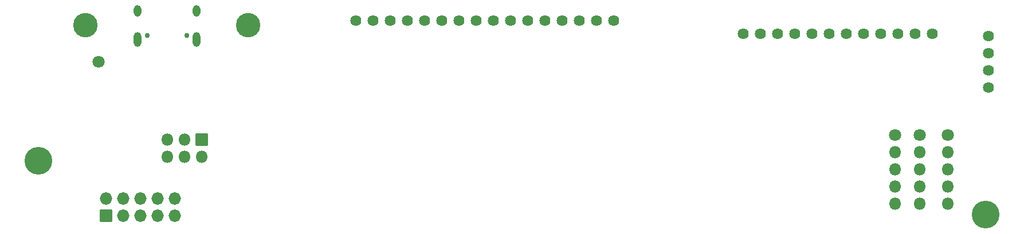
<source format=gbr>
%TF.GenerationSoftware,KiCad,Pcbnew,(6.0.2-0)*%
%TF.CreationDate,2022-05-09T22:27:37+02:00*%
%TF.ProjectId,modelh,6d6f6465-6c68-42e6-9b69-6361645f7063,v0.1*%
%TF.SameCoordinates,PX3dc4fd0PY2cd02b0*%
%TF.FileFunction,Soldermask,Bot*%
%TF.FilePolarity,Negative*%
%FSLAX46Y46*%
G04 Gerber Fmt 4.6, Leading zero omitted, Abs format (unit mm)*
G04 Created by KiCad (PCBNEW (6.0.2-0)) date 2022-05-09 22:27:37*
%MOMM*%
%LPD*%
G01*
G04 APERTURE LIST*
G04 Aperture macros list*
%AMRoundRect*
0 Rectangle with rounded corners*
0 $1 Rounding radius*
0 $2 $3 $4 $5 $6 $7 $8 $9 X,Y pos of 4 corners*
0 Add a 4 corners polygon primitive as box body*
4,1,4,$2,$3,$4,$5,$6,$7,$8,$9,$2,$3,0*
0 Add four circle primitives for the rounded corners*
1,1,$1+$1,$2,$3*
1,1,$1+$1,$4,$5*
1,1,$1+$1,$6,$7*
1,1,$1+$1,$8,$9*
0 Add four rect primitives between the rounded corners*
20,1,$1+$1,$2,$3,$4,$5,0*
20,1,$1+$1,$4,$5,$6,$7,0*
20,1,$1+$1,$6,$7,$8,$9,0*
20,1,$1+$1,$8,$9,$2,$3,0*%
G04 Aperture macros list end*
%ADD10C,3.601600*%
%ADD11C,4.101600*%
%ADD12RoundRect,0.050800X0.863600X-0.863600X0.863600X0.863600X-0.863600X0.863600X-0.863600X-0.863600X0*%
%ADD13O,1.828800X1.828800*%
%ADD14RoundRect,0.050800X-0.850000X0.850000X-0.850000X-0.850000X0.850000X-0.850000X0.850000X0.850000X0*%
%ADD15O,1.801600X1.801600*%
%ADD16C,1.801600*%
%ADD17C,1.625600*%
%ADD18C,0.751600*%
%ADD19O,1.101600X1.701600*%
%ADD20O,1.101600X2.201600*%
G04 APERTURE END LIST*
D10*
%TO.C,HOLE1*%
X76770000Y-51990000D03*
%TD*%
%TO.C,HOLE2*%
X100770000Y-51990000D03*
%TD*%
D11*
%TO.C,HOLE3*%
X69770000Y-71990000D03*
%TD*%
%TO.C,HOLE4*%
X209770000Y-79990000D03*
%TD*%
D12*
%TO.C,Debug1*%
X79770000Y-80140000D03*
D13*
X79770000Y-77600000D03*
X82310000Y-80140000D03*
X82310000Y-77600000D03*
X84850000Y-80140000D03*
X84850000Y-77600000D03*
X87390000Y-80140000D03*
X87390000Y-77600000D03*
X89930000Y-80140000D03*
X89930000Y-77600000D03*
%TD*%
D14*
%TO.C,boot_selector1*%
X93955000Y-68875000D03*
D15*
X93955000Y-71415000D03*
X91415000Y-68875000D03*
X91415000Y-71415000D03*
X88875000Y-68875000D03*
X88875000Y-71415000D03*
%TD*%
D16*
%TO.C,custom_leds_C1*%
X204130000Y-68200000D03*
D15*
X204130000Y-70740000D03*
X204130000Y-73280000D03*
X204130000Y-75820000D03*
X204130000Y-78360000D03*
%TD*%
D16*
%TO.C,custom_leds_B1*%
X200030000Y-68200000D03*
D15*
X200030000Y-70740000D03*
X200030000Y-73280000D03*
X200030000Y-75820000D03*
X200030000Y-78360000D03*
%TD*%
D16*
%TO.C,custom_leds_A1*%
X196330000Y-68200000D03*
D15*
X196330000Y-70740000D03*
X196330000Y-73280000D03*
X196330000Y-75820000D03*
X196330000Y-78360000D03*
%TD*%
D16*
%TO.C,TP1*%
X78670000Y-57340000D03*
%TD*%
D17*
%TO.C,LEDs1*%
X210143700Y-61220000D03*
X210143700Y-58680000D03*
X210143700Y-56140000D03*
X210143700Y-53600000D03*
%TD*%
D18*
%TO.C,USB_C1*%
X85905000Y-53520000D03*
X91685000Y-53520000D03*
D19*
X84475000Y-49870000D03*
D20*
X84475000Y-54050000D03*
X93115000Y-54050000D03*
D19*
X93115000Y-49870000D03*
%TD*%
D17*
%TO.C,Rows1*%
X173947550Y-53259500D03*
X176487550Y-53259500D03*
X179027550Y-53259500D03*
X181567550Y-53259500D03*
X184107550Y-53259500D03*
X186647550Y-53259500D03*
X189187550Y-53259500D03*
X191727550Y-53259500D03*
X194267550Y-53259500D03*
X196807550Y-53259500D03*
X199347550Y-53259500D03*
X201887550Y-53259500D03*
%TD*%
%TO.C,Columns1*%
X154790000Y-51260000D03*
X152250000Y-51260000D03*
X149710000Y-51260000D03*
X147170000Y-51260000D03*
X144630000Y-51260000D03*
X142090000Y-51260000D03*
X139550000Y-51260000D03*
X137010000Y-51260000D03*
X134470000Y-51260000D03*
X131930000Y-51260000D03*
X129390000Y-51260000D03*
X126850000Y-51260000D03*
X124310000Y-51260000D03*
X121770000Y-51260000D03*
X119230000Y-51260000D03*
X116690000Y-51260000D03*
%TD*%
M02*

</source>
